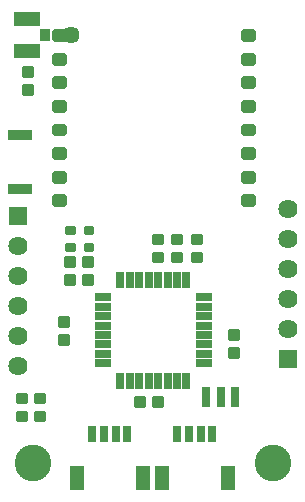
<source format=gbr>
G04 EAGLE Gerber RS-274X export*
G75*
%MOMM*%
%FSLAX34Y34*%
%LPD*%
%INSoldermask Top*%
%IPPOS*%
%AMOC8*
5,1,8,0,0,1.08239X$1,22.5*%
G01*
%ADD10C,3.101600*%
%ADD11C,0.326897*%
%ADD12C,0.605878*%
%ADD13R,2.301600X1.151600*%
%ADD14R,0.901600X1.101600*%
%ADD15R,0.701600X1.451600*%
%ADD16R,1.301600X2.101600*%
%ADD17R,2.101600X0.971600*%
%ADD18R,0.660400X1.371600*%
%ADD19R,1.371600X0.660400*%
%ADD20C,0.257809*%
%ADD21R,1.625600X1.625600*%
%ADD22C,1.625600*%
%ADD23R,0.801600X1.801600*%
%ADD24C,1.451600*%


D10*
X27700Y27700D03*
X230900Y27700D03*
D11*
X19853Y355325D02*
X19853Y361963D01*
X26491Y361963D01*
X26491Y355325D01*
X19853Y355325D01*
X19853Y358431D02*
X26491Y358431D01*
X26491Y361537D02*
X19853Y361537D01*
X19853Y346723D02*
X19853Y340085D01*
X19853Y346723D02*
X26491Y346723D01*
X26491Y340085D01*
X19853Y340085D01*
X19853Y343191D02*
X26491Y343191D01*
X26491Y346297D02*
X19853Y346297D01*
D12*
X45821Y387521D02*
X52779Y387521D01*
X45821Y387521D02*
X45821Y392479D01*
X52779Y392479D01*
X52779Y387521D01*
X52779Y367521D02*
X45821Y367521D01*
X45821Y372479D01*
X52779Y372479D01*
X52779Y367521D01*
X52779Y347521D02*
X45821Y347521D01*
X45821Y352479D01*
X52779Y352479D01*
X52779Y347521D01*
X52779Y327521D02*
X45821Y327521D01*
X45821Y332479D01*
X52779Y332479D01*
X52779Y327521D01*
X52779Y307521D02*
X45821Y307521D01*
X45821Y312479D01*
X52779Y312479D01*
X52779Y307521D01*
X52779Y287521D02*
X45821Y287521D01*
X45821Y292479D01*
X52779Y292479D01*
X52779Y287521D01*
X52779Y267521D02*
X45821Y267521D01*
X45821Y272479D01*
X52779Y272479D01*
X52779Y267521D01*
X52779Y247521D02*
X45821Y247521D01*
X45821Y252479D01*
X52779Y252479D01*
X52779Y247521D01*
X205821Y252479D02*
X212779Y252479D01*
X212779Y247521D01*
X205821Y247521D01*
X205821Y252479D01*
X205821Y272479D02*
X212779Y272479D01*
X212779Y267521D01*
X205821Y267521D01*
X205821Y272479D01*
X205821Y292479D02*
X212779Y292479D01*
X212779Y287521D01*
X205821Y287521D01*
X205821Y292479D01*
X205821Y312479D02*
X212779Y312479D01*
X212779Y307521D01*
X205821Y307521D01*
X205821Y312479D01*
X205821Y332479D02*
X212779Y332479D01*
X212779Y327521D01*
X205821Y327521D01*
X205821Y332479D01*
X205821Y352479D02*
X212779Y352479D01*
X212779Y347521D01*
X205821Y347521D01*
X205821Y352479D01*
X205821Y372479D02*
X212779Y372479D01*
X212779Y367521D01*
X205821Y367521D01*
X205821Y372479D01*
X205821Y392479D02*
X212779Y392479D01*
X212779Y387521D01*
X205821Y387521D01*
X205821Y392479D01*
D13*
X21882Y403834D03*
X21882Y376334D03*
D14*
X37132Y390084D03*
D11*
X36535Y85629D02*
X29897Y85629D01*
X36535Y85629D02*
X36535Y78991D01*
X29897Y78991D01*
X29897Y85629D01*
X29897Y82097D02*
X36535Y82097D01*
X36535Y85203D02*
X29897Y85203D01*
X21295Y85629D02*
X14657Y85629D01*
X21295Y85629D02*
X21295Y78991D01*
X14657Y78991D01*
X14657Y85629D01*
X14657Y82097D02*
X21295Y82097D01*
X21295Y85203D02*
X14657Y85203D01*
X29941Y70291D02*
X36579Y70291D01*
X36579Y63653D01*
X29941Y63653D01*
X29941Y70291D01*
X29941Y66759D02*
X36579Y66759D01*
X36579Y69865D02*
X29941Y69865D01*
X21339Y70291D02*
X14701Y70291D01*
X21339Y70291D02*
X21339Y63653D01*
X14701Y63653D01*
X14701Y70291D01*
X14701Y66759D02*
X21339Y66759D01*
X21339Y69865D02*
X14701Y69865D01*
D15*
X149200Y52000D03*
X159200Y52000D03*
X169200Y52000D03*
X179200Y52000D03*
D16*
X192200Y15250D03*
X136200Y15250D03*
D15*
X77340Y52000D03*
X87340Y52000D03*
X97340Y52000D03*
X107340Y52000D03*
D16*
X120340Y15250D03*
X64340Y15250D03*
D17*
X16070Y259532D03*
X16070Y305532D03*
D18*
X101300Y97074D03*
X109300Y97074D03*
X117300Y97074D03*
X125300Y97074D03*
X133300Y97074D03*
X141300Y97074D03*
X149300Y97074D03*
X157300Y97074D03*
D19*
X172226Y112000D03*
X172226Y120000D03*
X172226Y128000D03*
X172226Y136000D03*
X172226Y144000D03*
X172226Y152000D03*
X172226Y160000D03*
X172226Y168000D03*
D18*
X157300Y182926D03*
X149300Y182926D03*
X141300Y182926D03*
X133300Y182926D03*
X125300Y182926D03*
X117300Y182926D03*
X109300Y182926D03*
X101300Y182926D03*
D19*
X86374Y168000D03*
X86374Y160000D03*
X86374Y152000D03*
X86374Y144000D03*
X86374Y136000D03*
X86374Y128000D03*
X86374Y120000D03*
X86374Y112000D03*
D11*
X169435Y198357D02*
X169435Y204995D01*
X169435Y198357D02*
X162797Y198357D01*
X162797Y204995D01*
X169435Y204995D01*
X169435Y201463D02*
X162797Y201463D01*
X162797Y204569D02*
X169435Y204569D01*
X169435Y213597D02*
X169435Y220235D01*
X169435Y213597D02*
X162797Y213597D01*
X162797Y220235D01*
X169435Y220235D01*
X169435Y216703D02*
X162797Y216703D01*
X162797Y219809D02*
X169435Y219809D01*
X130031Y220235D02*
X130031Y213597D01*
X130031Y220235D02*
X136669Y220235D01*
X136669Y213597D01*
X130031Y213597D01*
X130031Y216703D02*
X136669Y216703D01*
X136669Y219809D02*
X130031Y219809D01*
X130031Y204995D02*
X130031Y198357D01*
X130031Y204995D02*
X136669Y204995D01*
X136669Y198357D01*
X130031Y198357D01*
X130031Y201463D02*
X136669Y201463D01*
X136669Y204569D02*
X130031Y204569D01*
X121429Y75675D02*
X114791Y75675D01*
X114791Y82313D01*
X121429Y82313D01*
X121429Y75675D01*
X121429Y78781D02*
X114791Y78781D01*
X114791Y81887D02*
X121429Y81887D01*
X130031Y75675D02*
X136669Y75675D01*
X130031Y75675D02*
X130031Y82313D01*
X136669Y82313D01*
X136669Y75675D01*
X136669Y78781D02*
X130031Y78781D01*
X130031Y81887D02*
X136669Y81887D01*
X146033Y213597D02*
X146033Y220235D01*
X152671Y220235D01*
X152671Y213597D01*
X146033Y213597D01*
X146033Y216703D02*
X152671Y216703D01*
X152671Y219809D02*
X146033Y219809D01*
X146033Y204995D02*
X146033Y198357D01*
X146033Y204995D02*
X152671Y204995D01*
X152671Y198357D01*
X146033Y198357D01*
X146033Y201463D02*
X152671Y201463D01*
X152671Y204569D02*
X146033Y204569D01*
D20*
X77387Y208299D02*
X77387Y213087D01*
X77387Y208299D02*
X70949Y208299D01*
X70949Y213087D01*
X77387Y213087D01*
X77387Y210748D02*
X70949Y210748D01*
X77387Y222269D02*
X77387Y227057D01*
X77387Y222269D02*
X70949Y222269D01*
X70949Y227057D01*
X77387Y227057D01*
X77387Y224718D02*
X70949Y224718D01*
X61639Y213087D02*
X61639Y208299D01*
X55201Y208299D01*
X55201Y213087D01*
X61639Y213087D01*
X61639Y210748D02*
X55201Y210748D01*
X61639Y222269D02*
X61639Y227057D01*
X61639Y222269D02*
X55201Y222269D01*
X55201Y227057D01*
X61639Y227057D01*
X61639Y224718D02*
X55201Y224718D01*
D11*
X70341Y201439D02*
X70341Y194801D01*
X70341Y201439D02*
X76979Y201439D01*
X76979Y194801D01*
X70341Y194801D01*
X70341Y197907D02*
X76979Y197907D01*
X76979Y201013D02*
X70341Y201013D01*
X70341Y186199D02*
X70341Y179561D01*
X70341Y186199D02*
X76979Y186199D01*
X76979Y179561D01*
X70341Y179561D01*
X70341Y182667D02*
X76979Y182667D01*
X76979Y185773D02*
X70341Y185773D01*
X55355Y194547D02*
X55355Y201185D01*
X61993Y201185D01*
X61993Y194547D01*
X55355Y194547D01*
X55355Y197653D02*
X61993Y197653D01*
X61993Y200759D02*
X55355Y200759D01*
X55355Y185945D02*
X55355Y179307D01*
X55355Y185945D02*
X61993Y185945D01*
X61993Y179307D01*
X55355Y179307D01*
X55355Y182413D02*
X61993Y182413D01*
X61993Y185519D02*
X55355Y185519D01*
D21*
X15000Y236474D03*
D22*
X15000Y211074D03*
X15000Y185674D03*
X15000Y160274D03*
X15000Y134874D03*
X15000Y109474D03*
D23*
X198182Y83820D03*
X186182Y83820D03*
X174182Y83820D03*
D11*
X194039Y132571D02*
X194039Y139209D01*
X200677Y139209D01*
X200677Y132571D01*
X194039Y132571D01*
X194039Y135677D02*
X200677Y135677D01*
X200677Y138783D02*
X194039Y138783D01*
X194039Y123969D02*
X194039Y117331D01*
X194039Y123969D02*
X200677Y123969D01*
X200677Y117331D01*
X194039Y117331D01*
X194039Y120437D02*
X200677Y120437D01*
X200677Y123543D02*
X194039Y123543D01*
X56659Y128507D02*
X56659Y135145D01*
X56659Y128507D02*
X50021Y128507D01*
X50021Y135145D01*
X56659Y135145D01*
X56659Y131613D02*
X50021Y131613D01*
X50021Y134719D02*
X56659Y134719D01*
X56659Y143747D02*
X56659Y150385D01*
X56659Y143747D02*
X50021Y143747D01*
X50021Y150385D01*
X56659Y150385D01*
X56659Y146853D02*
X50021Y146853D01*
X50021Y149959D02*
X56659Y149959D01*
D21*
X243600Y115570D03*
D22*
X243600Y140970D03*
X243600Y166370D03*
X243600Y191770D03*
X243600Y217170D03*
X243600Y242570D03*
D24*
X59276Y390000D03*
M02*

</source>
